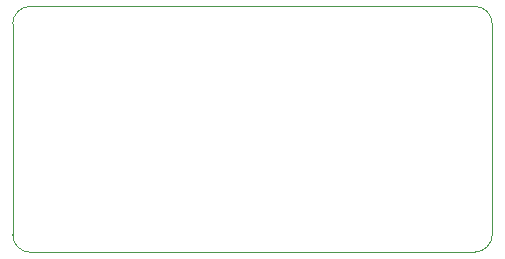
<source format=gm1>
G04 #@! TF.GenerationSoftware,KiCad,Pcbnew,5.99.0-unknown-5a0a2a8366~101~ubuntu20.04.1*
G04 #@! TF.CreationDate,2021-02-21T23:03:29+09:00*
G04 #@! TF.ProjectId,OpenHVPS-5,4f70656e-4856-4505-932d-352e6b696361,V1.1*
G04 #@! TF.SameCoordinates,Original*
G04 #@! TF.FileFunction,Profile,NP*
%FSLAX46Y46*%
G04 Gerber Fmt 4.6, Leading zero omitted, Abs format (unit mm)*
G04 Created by KiCad (PCBNEW 5.99.0-unknown-5a0a2a8366~101~ubuntu20.04.1) date 2021-02-21 23:03:29*
%MOMM*%
%LPD*%
G01*
G04 APERTURE LIST*
G04 #@! TA.AperFunction,Profile*
%ADD10C,0.100000*%
G04 #@! TD*
G04 APERTURE END LIST*
D10*
X165347000Y-77970000D02*
G75*
G03*
X166847000Y-76470000I0J1500000D01*
G01*
X165347000Y-77970000D02*
X127738000Y-77978000D01*
X166847000Y-58650000D02*
X166847000Y-76470000D01*
X166847000Y-58650000D02*
G75*
G03*
X165347000Y-57150000I-1500000J0D01*
G01*
X126238000Y-76478000D02*
G75*
G03*
X127738000Y-77978000I1500000J0D01*
G01*
X127738000Y-57158000D02*
X165347000Y-57150000D01*
X126238000Y-76478000D02*
X126238000Y-58658000D01*
X127738000Y-57158000D02*
G75*
G03*
X126238000Y-58658000I0J-1500000D01*
G01*
M02*

</source>
